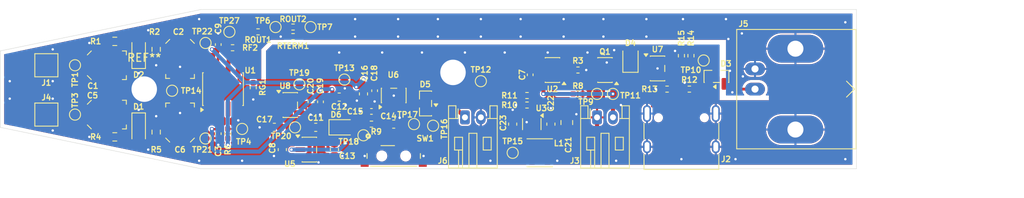
<source format=kicad_pcb>
(kicad_pcb (version 20241229) (generator "pcbnew") (generator_version "9.0")
  (layers (0 "F.Cu" signal) (2 "B.Cu" signal) (13 "F.Paste" user) (15 "B.Paste" user) (5 "F.SilkS" user "F.Silkscreen") (7 "B.SilkS" user "B.Silkscreen") (1 "F.Mask" user) (3 "B.Mask" user) (25 "Edge.Cuts" user))
  (net 0 "")
  (net 1 "/Differential Amplifier/IN_NEG")
  (net 2 "/Input Attenuator1/In")
  (net 3 "GND")
  (net 4 "/Differential Amplifier/IN_POS")
  (net 5 "/Input Attenuator/In")
  (net 6 "Net-(U2-VCC)")
  (net 7 "Net-(J3-Pin_2)")
  (net 8 "/Power/VNEG_RAW")
  (net 9 "+5V")
  (net 10 "-5V")
  (net 11 "Net-(U5-CAP+)")
  (net 12 "Net-(U5-CAP-)")
  (net 13 "/Power/VIN")
  (net 14 "/Power/VBAT_LIPO")
  (net 15 "/Power/VBST")
  (net 16 "/Power/USB_VBUS")
  (net 17 "/Power/VEXT")
  (net 19 "/Power/USB_CC2")
  (net 22 "/Power/USB_CC1")
  (net 24 "/OUTPUT")
  (net 25 "/Power/BST_SW")
  (net 26 "/Power/LED_CHG")
  (net 27 "/Power/CHG_STAT")
  (net 28 "Net-(Q1B-G2)")
  (net 29 "Net-(Q1A-G1)")
  (net 30 "Net-(Q1A-D1D2)")
  (net 31 "Net-(U2-CSI{slash}VM)")
  (net 32 "Net-(U1-PD)")
  (net 33 "Net-(U3-FB)")
  (net 34 "/Power/CHG_PROG")
  (net 35 "Net-(U1-FB)")
  (net 36 "/Differential Amplifier/OUT")
  (net 37 "Net-(ROUT1-Pad2)")
  (net 42 "Net-(D5-Pad3)")
  (net 43 "Net-(D3-Pad1)")
  (net 45 "Net-(D6-A)")
  (footprint "TestPoint:TestPoint_Pad_D1.0mm" (layer "F.Cu") (at 125.05 118.8)
    (property "Reference" "TP13")
    (property "Value" "TP")
  )
  (footprint "Capacitor_SMD:C_0402_1005Metric_Pad0.74x0.62mm_HandSolder" (layer "F.Cu") (at 148.4 118.2 -90)
    (property "Reference" "C7")
    (property "Value" "100nF")
  )
  (footprint "MountingHole:MountingHole_3.2mm_M3" (layer "F.Cu") (at 99.9 120.2)
    (property "Reference" "REF**")
    (property "Value" "MountingHole_3.2mm_M3")
  )
  (footprint "Package_TO_SOT_SMD:TSOT-23-6" (layer "F.Cu") (at 157.8 117.6 180)
    (property "Reference" "Q1")
    (property "Value" "FS8205A")
  )
  (footprint "Capacitor_SMD:C_0603_1608Metric" (layer "F.Cu") (at 121.45 124.8 180)
    (property "Reference" "C11")
    (property "Value" "1uF")
  )
  (footprint "Package_TO_SOT_SMD:TSOT-23-5" (layer "F.Cu") (at 118.25 122)
    (property "Reference" "U8")
    (property "Value" "ADP7182-5.0")
  )
  (footprint "Resistor_SMD:R_0402_1005Metric_Pad0.72x0.64mm_HandSolder" (layer "F.Cu") (at 111 114.8 180)
    (property "Reference" "RF2")
    (property "Value" "1k")
  )
  (footprint "Capacitor_SMD:C_0603_1608Metric" (layer "F.Cu") (at 117.25 127.6 90)
    (property "Reference" "C8")
    (property "Value" "1uF")
  )
  (footprint "Capacitor_SMD:C_0603_1608Metric_Pad1.08x0.95mm_HandSolder" (layer "F.Cu") (at 151 124.4 -90)
    (property "Reference" "C22")
    (property "Value" "10uF")
  )
  (footprint "Capacitor_SMD:C_0402_1005Metric_Pad0.74x0.62mm_HandSolder" (layer "F.Cu") (at 120.85 121.6 90)
    (property "Reference" "C20")
    (property "Value" "10nF")
  )
  (footprint "TestPoint:TestPoint_Pad_D1.0mm" (layer "F.Cu") (at 116.4 112.2)
    (property "Reference" "TP6")
    (property "Value" "TP")
  )
  (footprint "Package_TO_SOT_SMD:SOT-23" (layer "F.Cu") (at 171.8 118.4 90)
    (property "Reference" "D3")
    (property "Value" "BAT54C")
  )
  (footprint "Resistor_SMD:R_0603_1608Metric_Pad0.98x0.95mm_HandSolder" (layer "F.Cu") (at 101.4 125.4 90)
    (property "Reference" "R5")
    (property "Value" "1M")
  )
  (footprint "Connector_USB:USB_C_Receptacle_HRO_TYPE-C-31-M-12" (layer "F.Cu") (at 167.4 126.2)
    (property "Reference" "J2")
    (property "Value" "USB-C")
  )
  (footprint "TestPoint:TestPoint_Pad_D1.0mm" (layer "F.Cu") (at 127.45 125.8)
    (property "Reference" "TP18")
    (property "Value" "TP")
  )
  (footprint "Resistor_SMD:R_0402_1005Metric_Pad0.72x0.64mm_HandSolder" (layer "F.Cu") (at 118.6 113.4 180)
    (property "Reference" "RTERM1")
    (property "Value" "50")
  )
  (footprint "TestPoint:TestPoint_Pad_D1.0mm" (layer "F.Cu") (at 107.6 114.2)
    (property "Reference" "TP22")
    (property "Value" "TP")
  )
  (footprint "" (layer "F.Cu") (at 138.7 117.9)
    (property "Reference" "")
    (property "Value" "")
  )
  (footprint "Capacitor_SMD:C_Trimmer_Murata_TZC3" (layer "F.Cu") (at 95.2 117)
    (property "Reference" "C1")
    (property "Value" "0.5-2pF")
  )
  (footprint "TestPoint:TestPoint_Pad_D1.0mm" (layer "F.Cu") (at 133.8 124.393654)
    (property "Reference" "TP17")
    (property "Value" "TP")
  )
  (footprint "TestPoint:TestPoint_Pad_D1.0mm" (layer "F.Cu") (at 110.6 112.8 90)
    (property "Reference" "TP27")
    (property "Value" "TP")
  )
  (footprint "TestPoint:TestPoint_Pad_D1.0mm" (layer "F.Cu") (at 142.2 119)
    (property "Reference" "TP12")
    (property "Value" "TP")
  )
  (footprint "Capacitor_SMD:C_0402_1005Metric_Pad0.74x0.62mm_HandSolder" (layer "F.Cu") (at 109.2 125.6 90)
    (property "Reference" "C3")
    (property "Value" "100nF")
  )
  (footprint "Resistor_SMD:R_0402_1005Metric_Pad0.72x0.64mm_HandSolder" (layer "F.Cu") (at 114.2 112.8)
    (property "Reference" "ROUT1")
    (property "Value" "50")
  )
  (footprint "ProjectLib:SW_PCM12SMTR" (layer "F.Cu") (at 131.25 128.4)
    (property "Reference" "SW1")
    (property "Value" "SLIDE_SWITCH")
  )
  (footprint "Diode_SMD:D_SOD-323_HandSoldering" (layer "F.Cu") (at 99.2 115.4 90)
    (property "Reference" "D2")
    (property "Value" "PESD5V0S1BA")
  )
  (footprint "Connector_JST:JST_PH_S2B-PH-K_1x02_P2.00mm_Horizontal" (layer "F.Cu") (at 140.2 123.55)
    (property "Reference" "J6")
    (property "Value" "JST-PH-2")
  )
  (footprint "Capacitor_SMD:C_0805_2012Metric_Pad1.18x1.45mm_HandSolder" (layer "F.Cu") (at 153 124.2 -90)
    (property "Reference" "C21")
    (property "Value" "22uF")
  )
  (footprint "TestPoint:TestPoint_Pad_2.5x2.5mm" (layer "F.Cu") (at 87.6 117)
    (property "Reference" "J1")
    (property "Value" "INPUT-")
  )
  (footprint "Package_TO_SOT_SMD:SOT-363_SC-70-6" (layer "F.Cu") (at 148.6 124.4 -90)
    (property "Reference" "U3")
    (property "Value" "TPS61220")
  )
  (footprint "TestPoint:TestPoint_Pad_D1.0mm" (layer "F.Cu") (at 170.2 116.4)
    (property "Reference" "TP10")
    (property "Value" "TP")
  )
  (footprint "Package_TO_SOT_SMD:SOT-23-6" (layer "F.Cu") (at 151.2 117.6 180)
    (property "Reference" "U2")
    (property "Value" "DW01A")
  )
  (footprint "LED_SMD:LED_0805_2012Metric" (layer "F.Cu") (at 124.8 124.8)
    (property "Reference" "D6")
    (property "Value" "GREEN")
  )
  (footprint "TestPoint:TestPoint_Pad_D1.0mm" (layer "F.Cu") (at 146.2 128)
    (property "Reference" "TP15")
    (property "Value" "TP")
  )
  (footprint "TestPoint:TestPoint_Pad_D1.0mm" (layer "F.Cu") (at 158.8 120.6)
    (property "Reference" "TP11")
    (property "Value" "TP")
  )
  (footprint "Capacitor_SMD:C_0603_1608Metric" (layer "F.Cu") (at 116.25 124.8)
    (property "Reference" "C17")
    (property "Value" "1uF")
  )
  (footprint "Resistor_SMD:R_0402_1005Metric_Pad0.72x0.64mm_HandSolder" (layer "F.Cu") (at 113.6 119.8 -90)
    (property "Reference" "RG1")
    (property "Value" "1M")
  )
  (footprint "Capacitor_SMD:C_Trimmer_Murata_TZC3" (layer "F.Cu") (at 104.4 116.2 -90)
    (property "Reference" "C2")
    (property "Value" "5-10pF")
  )
  (footprint "Capacitor_SMD:C_0402_1005Metric_Pad0.74x0.62mm_HandSolder" (layer "F.Cu") (at 128.85 120.2 90)
    (property "Reference" "C18")
    (property "Value" "100nF")
  )
  (footprint "Resistor_SMD:R_0402_1005Metric" (layer "F.Cu") (at 154.4 117.6)
    (property "Reference" "R3")
    (property "Value" "1k")
  )
  (footprint "Package_SO:SOIC-8_3.9x4.9mm_P1.27mm" (layer "F.Cu") (at 109.8 120 90)
    (property "Reference" "U1")
    (property "Value" "AD8130")
  )
  (footprint "Capacitor_SMD:C_0603_1608Metric" (layer "F.Cu") (at 131.25 124.4 180)
    (property "Reference" "C14")
    (property "Value" "1uF")
  )
  (footprint "TestPoint:TestPoint_Pad_D1.0mm" (layer "F.Cu") (at 136.2 124.6)
    (property "Reference" "TP16")
    (property "Value" "TP")
  )
  (footprint "Diode_SMD:D_SOD-323_HandSoldering" (layer "F.Cu") (at 99.2 125 -90)
    (property "Reference" "D1")
    (property "Value" "PESD5V0S1BA")
  )
  (footprint "Resistor_SMD:R_0402_1005Metric_Pad0.72x0.64mm_HandSolder" (layer "F.Cu") (at 167.4 115.8 90)
    (property "Reference" "R15")
    (property "Value" "2k")
  )
  (footprint "Capacitor_SMD:C_0603_1608Metric_Pad1.08x0.95mm_HandSolder" (layer "F.Cu") (at 127.45 120.6 90)
    (property "Reference" "C16")
    (property "Value" "10uF")
  )
  (footprint "Connector_JST:JST_PH_S2B-PH-K_1x02_P2.00mm_Horizontal" (layer "F.Cu") (at 156.8 123.55)
    (property "Reference" "J3")
    (property "Value" "JST-PH-2")
  )
  (footprint "Capacitor_SMD:C_Trimmer_Murata_TZC3" (layer "F.Cu") (at 104.4 124.2 90)
    (property "Reference" "C6")
    (property "Value" "5-10pF")
  )
  (footprint "Resistor_SMD:R_0402_1005Metric_Pad0.72x0.64mm_HandSolder" (layer "F.Cu") (at 168.4 120)
    (property "Reference" "R12")
    (property "Value" "5.1k")
  )
  (footprint "Capacitor_SMD:C_0402_1005Metric_Pad0.74x0.62mm_HandSolder" (layer "F.Cu") (at 109.2 114.4 90)
    (property "Reference" "C9")
    (property "Value" "100nF")
  )
  (footprint "Resistor_SMD:R_0402_1005Metric_Pad0.72x0.64mm_HandSolder" (layer "F.Cu") (at 165.6 120)
    (property "Reference" "R13")
    (property "Value" "5.1k")
  )
  (footprint "Resistor_SMD:R_0402_1005Metric_Pad0.72x0.64mm_HandSolder" (layer "F.Cu") (at 148 120.8 180)
    (property "Reference" "R11")
    (property "Value" "1M")
  )
  (footprint "Resistor_SMD:R_0402_1005Metric_Pad0.72x0.64mm_HandSolder" (layer "F.Cu") (at 128.45 124.4)
    (property "Reference" "R9")
    (property "Value" "1k")
  )
  (footprint "Package_TO_SOT_SMD:SOT-23-5" (layer "F.Cu") (at 164.4 117.4)
    (property "Reference" "U7")
    (property "Value" "MCP73831T")
  )
  (footprint "Capacitor_SMD:C_0603_1608Metric_Pad1.08x0.95mm_HandSolder" (layer "F.Cu") (at 146.2 124.4 -90)
    (property "Reference" "C23")
    (property "Value" "10uF")
  )
  (footprint "Capacitor_SMD:C_0402_1005Metric_Pad0.74x0.62mm_HandSolder" (layer "F.Cu") (at 128.45 122.8)
    (property "Reference" "C15")
    (property "Value" "100nF")
  )
  (footprint "Resistor_SMD:R_0402_1005Metric_Pad0.72x0.64mm_HandSolder" (layer "F.Cu") (at 148 122)
    (property "Reference" "R10")
    (property "Value" "100k")
  )
  (footprint "Connector_Coaxial:BNC_Amphenol_B6252HB-NPP3G-50_Horizontal" (layer "F.Cu") (at 176.65 120 -90)
    (property "Reference" "J5")
    (property "Value" "BNC")
  )
  (footprint "TestPoint:TestPoint_Pad_D1.0mm" (layer "F.Cu") (at 91.2 117)
    (property "Reference" "TP1")
    (property "Value" "TP")
  )
  (footprint "Resistor_SMD:R_0402_1005Metric_Pad0.72x0.64mm_HandSolder" (layer "F.Cu") (at 110.4 125.6 -90)
    (property "Reference" "R6")
    (property "Value" "10k")
  )
  (footprint "TestPoint:TestPoint_Pad_D1.0mm" (layer "F.Cu") (at 156.8 120.6)
    (property "Reference" "TP9")
    (property "Value" "TP")
  )
  (footprint "Package_TO_SOT_SMD:SOT-23" (layer "F.Cu") (at 135.25 121.8 180)
    (property "Reference" "D5")
    (property "Value" "BAT54C")
  )
  (footprint "Resistor_SMD:R_0402_1005Metric_Pad0.72x0.64mm_HandSolder" (layer "F.Cu") (at 154.4 120.6 180)
    (property "Reference" "R8")
    (property "Value" "10R")
  )
  (footprint "Resistor_SMD:R_0402_1005Metric_Pad0.72x0.64mm_HandSolder" (layer "F.Cu") (at 168.6 115.8 90)
    (property "Reference" "R14")
    (property "Value" "1k")
  )
  (footprint "TestPoint:TestPoint_Pad_2.5x2.5mm" (layer "F.Cu") (at 87.6 123.2)
    (property "Reference" "J4")
    (property "Value" "INPUT+")
  )
  (footprint "Capacitor_SMD:C_0603_1608Metric" (layer "F.Cu") (at 123.8 127.6 90)
    (property "Reference" "C13")
    (property "Value" "1uF")
  )
  (footprint "LED_SMD:LED_0805_2012Metric" (layer "F.Cu") (at 161 116.2 90)
    (property "Reference" "D4")
    (property "Value" "RED")
  )
  (footprint "Resistor_SMD:R_0603_1608Metric_Pad0.98x0.95mm_HandSolder" (layer "F.Cu") (at 101.4 115 -90)
    (property "Reference" "R2")
    (property "Value" "1M")
  )
  (footprint "Capacitor_SMD:C_0402_1005Metric_Pad0.74x0.62mm_HandSolder" (layer "F.Cu") (at 122.05 121.6 90)
    (property "Reference" "C19")
    (property "Value" "100nF")
  )
  (footprint "TestPoint:TestPoint_Pad_D1.0mm" (layer "F.Cu") (at 103.4 120.2)
    (property "Reference" "TP14")
    (property "Value" "TP")
  )
  (footprint "Resistor_SMD:R_0603_1608Metric_Pad0.98x0.95mm_HandSolder" (layer "F.Cu") (at 96.2 114)
    (property "Reference" "R1")
    (property "Value" "9M")
  )
  (footprint "Capacitor_SMD:C_0603_1608Metric_Pad1.08x0.95mm_HandSolder" (layer "F.Cu") (at 124.4 121 180)
    (property "Reference" "C12")
    (property "Value" "10uF")
  )
  (footprint "Capacitor_SMD:C_Trimmer_Murata_TZC3" (layer "F.Cu") (at 95.2 123.2)
    (property "Reference" "C5")
    (property "Value" "0.5-2pF")
  )
  (footprint "Package_TO_SOT_SMD:SOT-23-5" (layer "F.Cu") (at 120.65 127.6)
    (property "Reference" "U5")
    (property "Value" "TPS60403")
  )
  (footprint "TestPoint:TestPoint_Pad_D1.0mm" (layer "F.Cu") (at 119.4 119.4)
    (property "Reference" "TP19")
    (property "Value" "TP")
  )
  (footprint "TestPoint:TestPoint_Pad_D1.0mm" (layer "F.Cu") (at 91.2 123.2)
    (property "Reference" "TP3")
    (property "Value" "TP")
  )
  (footprint "TestPoint:TestPoint_Pad_D1.0mm" (layer "F.Cu") (at 120.8 112.2)
    (property "Reference" "TP7")
    (property "Value" "TP")
  )
  (footprint "Inductor_SMD:L_Changjiang_FTC303010D" (layer "F.Cu") (at 149.6 128 180)
    (property "Reference" "L1")
    (property "Value" "2.2uH")
  )
  (footprint "TestPoint:TestPoint_Pad_D1.0mm" (layer "F.Cu") (at 112.2 125 90)
    (property "Reference" "TP4")
    (property "Value" "TP")
  )
  (footprint "TestPoint:TestPoint_Pad_D1.0mm" (layer "F.Cu") (at 107.6 126.2)
    (property "Reference" "TP21")
    (property "Value" "TP")
  )
  (footprint "TestPoint:TestPoint_Pad_D1.0mm" (layer "F.Cu") (at 118.85 124.8)
    (property "Reference" "TP20")
    (property "Value" "TP")
  )
  (footprint "Package_TO_SOT_SMD:TSOT-23-5" (layer "F.Cu") (at 131.25 120.8 90)
    (property "Reference" "U6")
    (property "Value" "ADP7142AUJZ-5.0")
  )
  (footprint "Resistor_SMD:R_0603_1608Metric_Pad0.98x0.95mm_HandSolder" (layer "F.Cu") (at 96.2 126)
    (property "Reference" "R4")
    (property "Value" "9M")
  )
  (footprint "Resistor_SMD:R_0402_1005Metric_Pad0.72x0.64mm_HandSolder" (layer "F.Cu") (at 118.6 112.2)
    (property "Reference" "ROUT2")
    (property "Value" "0")
  )
  (gr_line (start 107 110) (end 81.8 115.2) (stroke (width 0.05)) (layer "Edge.Cuts"))
  (gr_line (start 189.4 110) (end 107 110) (stroke (width 0.05)) (layer "Edge.Cuts"))
  (gr_line (start 107 130) (end 189.4 130) (stroke (width 0.05)) (layer "Edge.Cuts"))
  (gr_line (start 107 130) (end 81.8 124.8) (stroke (width 0.05)) (layer "Edge.Cuts"))
  (gr_line (start 81.8 115.2) (end 81.8 124.8) (stroke (width 0.05)) (layer "Edge.Cuts"))
  (gr_line (start 189.4 110) (end 189.4 130) (stroke (width 0.05)) (layer "Edge.Cuts"))
  (segment (start 107.895 115.695) (end 107.895 117.525) (width 0.15) (layer "F.Cu") (net 1))
  (segment (start 99.2 114.15) (end 99.55 114.15) (width 0.15) (layer "F.Cu") (net 1))
  (segment (start 104.3625 114.0875) (end 104.4 114.125) (width 0.15) (layer "F.Cu") (net 1))
  (segment (start 104.4 114.125) (end 105.725 114.125) (width 0.15) (layer "F.Cu") (net 1))
  (segment (start 107.6 114.2) (end 107.6 115.4) (width 0.15) (layer "F.Cu") (net 1))
  (segment (start 105.725 114.125) (end 105.8 114.2) (width 0.15) (layer "F.Cu") (net 1))
  (segment (start 107.6 115.4) (end 107.895 115.695) (width 0.15) (layer "F.Cu") (net 1))
  (segment (start 99.55 114.15) (end 99.6125 114.0875) (width 0.15) (layer "F.Cu") (net 1))
  (segment (start 97.1125 116.8375) (end 97.275 117) (width 0.15) (layer "F.Cu") (net 1))
  (segment (start 99.6125 114.0875) (end 101.4 114.0875) (width 0.15) (layer "F.Cu") (net 1))
  (segment (start 97.1125 114) (end 99.05 114) (width 0.15) (layer "F.Cu") (net 1))
  (segment (start 105.8 114.2) (end 107.6 114.2) (width 0.15) (layer "F.Cu") (net 1))
  (segment (start 97.1125 114) (end 97.1125 116.8375) (width 0.15) (layer "F.Cu") (net 1))
  (segment (start 101.4 114.0875) (end 104.3625 114.0875) (width 0.15) (layer "F.Cu") (net 1))
  (segment (start 99.05 114) (end 99.2 114.15) (width 0.15) (layer "F.Cu") (net 1))
  (segment (start 95.2875 116.1125) (end 95.2875 114) (width 0.15) (layer "F.Cu") (net 2))
  (segment (start 93.125 117) (end 94.4 117) (width 0.15) (layer "F.Cu") (net 2))
  (segment (start 91.2 117) (end 93.125 117) (width 0.15) (layer "F.Cu") (net 2))
  (segment (start 94.4 117) (end 95.2875 116.1125) (width 0.15) (layer "F.Cu") (net 2))
  (segment (start 87.6 117) (end 91.2 117) (width 0.15) (layer "F.Cu") (net 2))
  (segment (start 154.1875 123.1625) (end 154.2 123.15) (width 0.5) (layer "F.Cu") (net 3))
  (segment (start 147.95 123.45) (end 147.95 124.138867) (width 0.15) (layer "F.Cu") (net 3))
  (segment (start 99.2 116.65) (end 99.2 118) (width 0.2) (layer "F.Cu") (net 3))
  (segment (start 104.4 122.125) (end 104.4 123) (width 0.2) (layer "F.Cu") (net 3))
  (segment (start 113.6 120.3975) (end 113.6 121.3) (width 0.2) (layer "F.Cu") (net 3))
  (segment (start 111.705 122.475) (end 111.705 123.9132) (width 0.2) (layer "F.Cu") (net 3))
  (segment (start 167.8025 119.2025) (end 167.8 119.2) (width 0.15) (layer "F.Cu") (net 3))
  (segment (start 117.25 128.375) (end 116.225 128.375) (width 0.2) (layer "F.Cu") (net 3))
  (segment (start 158.823475 116.65) (end 158.819541 116.653934) (width 0.5) (layer "F.Cu") (net 3))
  (segment (start 99.2 123.75) (end 99.2 122.6) (width 0.2) (layer "F.Cu") (net 3))
  (segment (start 146.2 123.5375) (end 146.2 122.6) (width 0.5) (layer "F.Cu") (net 3))
  (segment (start 153 123.1625) (end 154.1875 123.1625) (width 0.5) (layer "F.Cu") (net 3))
  (segment (start 154.91 117.6) (end 155.439374 117.6) (width 0.15) (layer "F.Cu") (net 3))
  (segment (start 167.4 115.2025) (end 166.6025 115.2025) (width 0.15) (layer "F.Cu") (net 3))
  (segment (start 101.4 115.9125) (end 101.4 117) (width 0.2) (layer "F.Cu") (net 3))
  (segment (start 127.8825 122.8) (end 127.05 122.8) (width 0.5) (layer "F.Cu") (net 3))
  (segment (start 132.025 123.625) (end 132 123.6) (width 0.5) (layer "F.Cu") (net 3))
  (segment (start 111.705 123.9132) (end 111.715469 123.923669) (width 0.2) (layer "F.Cu") (net 3))
  (segment (start 117.05 113.4) (end 118.0025 113.4) (width 0.2) (layer "F.Cu") (net 3))
  (segment (start 99.2 116.65) (end 99.2 116.7) (width 0.2) (layer "F.Cu") (net 3))
  (segment (start 132.025 124.4) (end 132.025 123.625) (width 0.5) (layer "F.Cu") (net 3))
  (segment (start 147.4025 122) (end 146.6 122) (width 0.15) (layer "F.Cu") (net 3))
  (segment (start 147.95 124.138867) (end 147.958957 124.147824) (width 0.15) (layer "F.Cu") (net 3))
  (segment (start 167.8025 120) (end 167.8025 119.2025) (width 0.15) (layer "F.Cu") (net 3))
  (segment (start 123.8 128.375) (end 124.775 128.375) (width 0.2) (layer "F.Cu") (net 3))
  (segment (start 121.7875 129.1875) (end 121.8 129.2) (width 0.2) (layer "F.Cu") (net 3))
  (segment (start 165.0025 120) (end 164.2 120) (width 0.15) (layer "F.Cu") (net 3))
  (segment (start 151 123.5375) (end 151 122.4) (width 0.5) (layer "F.Cu") (net 3))
  (segment (start 124.775 128.375) (end 124.8 128.4) (width 0.2) (layer "F.Cu") (net 3))
  (segment (start 115.475 124.8) (end 114.4 124.8) (width 0.2) (layer "F.Cu") (net 3))
  (segment (start 104.4 118.275) (end 104.4 117.2) (width 0.2) (layer "F.Cu") (net 3))
  (segment (start 127.45 121.4625) (end 126.63335 121.4625) (width 0.5) (layer "F.Cu") (net 3))
  (segment (start 131.25 121.9375) (end 131.25 120.827981) (width 0.5) (layer "F.Cu") (net 3))
  (segment (start 128.85 120.7675) (end 128.85 121.55) (width 0.5) (layer "F.Cu") (net 3))
  (segment (start 163.2625 117.4) (end 164.4 117.4) (width 0.5) (layer "F.Cu") (net 3))
  (segment (start 131.25 120.827981) (end 131.257532 120.820449) (width 0.5) (layer "F.Cu") (net 3))
  (segment (start 155.439374 117.6) (end 155.44 117.599374) (width 0.15) (layer "F.Cu") (net 3))
  (segment (start 101.4 124.4875) (end 101.4 123.4) (width 0.2) (layer "F.Cu") (net 3))
  (segment (start 126.63335 121.4625) (end 126.618232 121.447382) (width 0.5) (layer "F.Cu") (net 3))
  (segment (start 158.9375 116.65) (end 158.023475 116.65) (width 0.5) (layer "F.Cu") (net 3))
  (segment (start 116.225 128.375) (end 116.2 128.4) (width 0.2) (layer "F.Cu") (net 3))
  (segment (start 109.2 126.1675) (end 109.2 127) (width 0.3) (layer "F.Cu") (net 3))
  (segment (start 109.2 113.8325) (end 109.2 113) (width 0.3) (layer "F.Cu") (net 3))
  (segment (start 121.7875 128.55) (end 121.7875 129.1875) (width 0.2) (layer "F.Cu") (net 3))
  (segment (start 166.6025 115.2025) (end 166.6 115.2) (width 0.15) (layer "F.Cu") (net 3))
  (via (at 152.6 111.2) (size 0.5) (drill 0.3) (layers "F.Cu" "B.Cu") (net 3))
  (via (at 163 113.4) (size 0.5) (drill 0.3) (layers "F.Cu" "B.Cu") (net 3))
  (via (at 175.125 118.4) (size 0.5) (drill 0.3) (layers "F.Cu" "B.Cu") (net 3))
  (via (at 173.3 113.7) (size 0.5) (drill 0.3) (layers "F.Cu" "B.Cu") (net 3))
  (via (at 140.2 115.4) (size 0.5) (drill 0.3) (layers "F.Cu" "B.Cu") (net 3))
  (via (at 188 128.8) (size 0.5) (drill 0.3) (layers "F.Cu" "B.Cu") (net 3))
  (via (at 116.2 128.4) (size 0.5) (drill 0.3) (layers "F.Cu" "B.Cu") (net 3))
  (via (at 126.4 113.4) (size 0.5) (drill 0.3) (layers "F.Cu" "B.Cu") (net 3))
  (via (at 146.6 122) (size 0.5) (drill 0.3) (layers "F.Cu" "B.Cu") (net 3))
  (via (at 101.4 117) (size 0.5) (drill 0.3) (layers "F.Cu" "B.Cu") (net 3))
  (via (at 88.4 121.2) (size 0.5) (drill 0.3) (layers "F.Cu" "B.Cu") (net 3))
  (via (at 173 111.2) (size 0.5) (drill 0.3) (layers "F.Cu" "B.Cu") (net 3))
  (via (at 158.019541 116.653934) (size 0.5) (drill 0.3) (layers "F.Cu" "B.Cu") (net 3))
  (via (at 157.6 113.4) (size 0.5) (drill 0.3) (layers "F.Cu" "B.Cu") (net 3))
  (via (at 167.8 119.2) (size 0.5) (drill 0.3) (layers "F.Cu" "B.Cu") (net 3))
  (via (at 88.4 119) (size 0.5) (drill 0.3) (layers "F.Cu" "B.Cu") (net 3))
  (via (at 128.85 121.55) (size 0.5) (drill 0.3) (layers "F.Cu" "B.Cu") (net 3))
  (via (at 126.4 111.2) (size 0.5) (drill 0.3) (layers "F.Cu" "B.Cu") (net 3))
  (via (at 93 126) (size 0.5) (drill 0.3) (layers "F.Cu" "B.Cu") (net 3))
  (via (at 175 113) (size 0.5) (drill 0.3) (layers "F.Cu" "B.Cu") (net 3))
  (via (at 83 119) (size 0.5) (drill 0.3) (layers "F.Cu" "B.Cu") (net 3))
  (via (at 166.6 115.2) (size 0.5) (drill 0.3) (layers "F.Cu" "B.Cu") (net 3))
  (via (at 158.95 115.1) (size 0.5) (drill 0.3) (layers "F.Cu" "B.Cu") (net 3))
  (via (at 157.6 111.2) (size 0.5) (drill 0.3) (layers "F.Cu" "B.Cu") (net 3))
  (via (at 147.2 113.4) (size 0.5) (drill 0.3) (layers "F.Cu" "B.Cu") (net 3))
  (via (at 173.8 120.4) (size 0.5) (drill 0.3) (layers "F.Cu" "B.Cu") (net 3))
  (via (at 99.2 118) (size 0.5) (drill 0.3) (layers "F.Cu" "B.Cu") (net 3))
  (via (at 117.05 113.4) (size 0.5) (drill 0.3) (layers "F.Cu" "B.Cu") (net 3))
  (via (at 145.2 115.4) (size 0.5) (drill 0.3) (layers "F.Cu" "B.Cu") (net 3))
  (via (at 131.257532 120.820449) (size 0.5) (drill 0.3) (layers "F.Cu" "B.Cu") (net 3))
  (via (at 111.715469 123.923669) (size 0.5) (drill 0.3) (layers "F.Cu" "B.Cu") (net 3))
  (via (at 106.8 111.2) (size 0.5) (drill 0.3) (layers "F.Cu" "B.Cu") (net 3))
  (via (at 142.2 113.4) (size 0.5) (drill 0.3) (layers "F.Cu" "B.Cu") (net 3))
  (via (at 134.8 115.4) (size 0.5) (drill 0.3) (layers "F.Cu" "B.Cu") (net 3))
  (via (at 164.2 120) (size 0.5) (drill 0.3) (layers "F.Cu" "B.Cu") (net 3))
  (via (at 127.05 122.8) (size 0.5) (drill 0.3) (layers "F.Cu" "B.Cu") (net 3))
  (via (at 126.618232 121.447382) (size 0.5) (drill 0.3) (layers "F.Cu" "B.Cu") (net 3))
  (via (at 101.4 123.4) (size 0.5) (drill 0.3) (layers "F.Cu" "B.Cu") (net 3))
  (via (at 188 111.6) (size 0.5) (drill 0.3) (layers "F.Cu" "B.Cu") (net 3))
  (via (at 142.2 111.2) (size 0.5) (drill 0.3) (layers "F.Cu" "B.Cu") (net 3))
  (via (at 124.8 128.4) (size 0.5) (drill 0.3) (layers "F.Cu" "B.Cu") (net 3))
  (via (at 121.8 129.2) (size 0.5) (drill 0.3) (layers "F.Cu" "B.Cu") (net 3))
  (via (at 120.8 123.2) (size 0.5) (drill 0.3) (layers "F.Cu" "B.Cu") (net 3))
  (via (at 163 111.2) (size 0.5) (drill 0.3) (layers "F.Cu" "B.Cu") (net 3))
  (via (at 146.2 122.6) (size 0.5) (drill 0.3) (layers "F.Cu" "B.Cu") (net 3))
  (via (at 109.2 127) (size 0.5) (drill 0.3) (layers "F.Cu" "B.Cu") (net 3))
  (via (at 174.2 128.8) (size 0.5) (drill 0.3) (layers "F.Cu" "B.Cu") (net 3))
  (via (at 167.4 128.8) (size 0.5) (drill 0.3) (layers "F.Cu" "B.Cu") (net 3))
  (via (at 152.6 113.4) (size 0.5) (drill 0.3) (layers "F.Cu" "B.Cu") (net 3))
  (via (at 104.4 123) (size 0.5) (drill 0.3) (layers "F.Cu" "B.Cu") (net 3))
  (via (at 150.6 115.4) (size 0.5) (drill 0.3) (layers "F.Cu" "B.Cu") (net 3))
  (via (at 132 123.6) (size 0.5) (drill 0.3) (layers "F.Cu" "B.Cu") (net 3))
  (via (at 151 122.4) (size 0.5) (drill 0.3) (layers "F.Cu" "B.Cu") (net 3))
  (via (at 151.8 129) (size 0.5) (drill 0.3) (layers "F.Cu" "B.Cu") (net 3))
  (via (at 122 123.2) (size 0.5) (drill 0.3) (layers "F.Cu" "B.Cu") (net 3))
  (via (at 136.8 111.2) (size 0.5) (drill 0.3) (layers "F.Cu" "B.Cu") (net 3))
  (via (at 135 128.4) (size 0.5) (drill 0.3) (layers "F.Cu" "B.Cu") (net 3))
  (via (at 173.5 117.7) (size 0.5) (drill 0.3) (layers "F.Cu" "B.Cu") (net 3))
  (via (at 164.4 117.4) (size 0.5) (drill 0.3) (layers "F.Cu" "B.Cu") (net 3))
  (via (at 159.2 129) (size 0.5) (drill 0.3) (layers "F.Cu" "B.Cu") (net 3))
  (via (at 124.4 115.4) (size 0.5) (drill 0.3) (layers "F.Cu" "B.Cu") (net 3))
  (via (at 143.4 129) (size 0.5) (drill 0.3) (layers "F.Cu" "B.Cu") (net 3))
  (via (at 88.4 115) (size 0.5) (drill 0.3) (layers "F.Cu" "B.Cu") (net 3))
  (via (at 125.2 122) (size 0.5) (drill 0.3) (layers "F.Cu" "B.Cu") (net 3))
  (via (at 129.8 115.4) (size 0.5) (drill 0.3) (layers "F.Cu" "B.Cu") (net 3))
  (via (at 100.4 112.6) (size 0.5) (drill 0.3) (layers "F.Cu" "B.Cu") (net 3))
  (via (at 127.6 128.4) (size 0.5) (drill 0.3) (layers "F.Cu" "B.Cu") (net 3))
  (via (at 147.2 111.2) (size 0.5) (drill 0.3) (layers "F.Cu" "B.Cu") (net 3))
  (via (at 100.4 127.6) (size 0.5) (drill 0.3) (layers "F.Cu" "B.Cu") (net 3))
  (via (at 99.2 122.6) (size 0.5) (drill 0.3) (layers "F.Cu" "B.Cu") (net 3))
  (via (at 114.4 124.8) (size 0.5) (drill 0.3) (layers "F.Cu" "B.Cu") (net 3))
  (via (at 154.2 123.15) (size 0.5) (drill 0.3) (layers "F.Cu" "B.Cu") (net 3))
  (via (at 113.6 121.3) (size 0.5) (drill 0.3) (layers "F.Cu" "B.Cu") (net 3))
  (via (at 131.8 111.2) (size 0.5) (drill 0.3) (layers "F.Cu" "B.Cu") (net 3))
  (via (at 88.4 125.2) (size 0.5) (drill 0.3) (layers "F.Cu" "B.Cu") (net 3))
  (via (at 112.2 129) (size 0.5) (drill 0.3) (layers "F.Cu" "B.Cu") (net 3))
  (via (at 136.8 113.4) (size 0.5) (drill 0.3) (layers "F.Cu" "B.Cu") (net 3))
  (via (at 109.2 113) (size 0.5) (drill 0.3) (layers "F.Cu" "B.Cu") (net 3))
  (via (at 159.8 122) (size 0.5) (drill 0.3) (layers "F.Cu" "B.Cu") (net 3))
  (via (at 93 114.2) (size 0.5) (drill 0.3) (layers "F.Cu" "B.Cu") (net 3))
  (via (at 155.6 115.4) (size 0.5) (drill 0.3) (layers "F.Cu" "B.Cu") (net 3))
  (via (at 167.6 111.2) (size 0.5) (drill 0.3) (layers "F.Cu" "B.Cu") (net 3))
  (via (at 83 121.2) (size 0.5) (drill 0.3) (layers "F.Cu" "B.Cu") (net 3))
  (via (at 125.103706 119.903706) (size 0.5) (drill 0.3) (layers "F.Cu" "B.Cu") (net 3))
  (via (at 147.958957 124.147824) (size 0.5) (drill 0.3) (layers "F.Cu" "B.Cu") (net 3))
  (via (at 155.44 117.599374) (size 0.5) (drill 0.3) (layers "F.Cu" "B.Cu") (net 3))
  (via (at 131.8 113.4) (size 0.5) (drill 0.3) (layers "F.Cu" "B.Cu") (net 3))
  (via (at 106.8 129) (size 0.5) (drill 0.3) (layers "F.Cu" "B.Cu") (net 3))
  (via (at 104.4 117.2) (size 0.5) (drill 0.3) (layers "F.Cu" "B.Cu") (net 3))
  (segment (start 99.15 126.2) (end 99.2 126.25) (width 0.15) (layer "F.Cu") (net 4))
  (segment (start 107.525 126.275) (end 107.6 126.2) (width 0.15) (layer "F.Cu") (net 4))
  (segment (start 102.8375 126.3125) (end 102.875 126.275) (width 0.15) (layer "F.Cu") (net 4))
  (segment (start 107.6 124.95) (end 107.6 126.2) (width 0.15) (layer "F.Cu") (net 4))
  (segment (start 107.895 122.475) (end 107.895 124.655) (width 0.15) (layer "F.Cu") (net 4))
  (segment (start 104.4 126.275) (end 107.525 126.275) (width 0.15) (layer "F.Cu") (net 4))
  (segment (start 101.3375 126.25) (end 101.4 126.3125) (width 0.15) (layer "F.Cu") (net 4))
  (segment (start 97.1125 126.2) (end 97.1125 123.3625) (width 0.15) (layer "F.Cu") (net 4))
  (segment (start 99.2 126.25) (end 101.3375 126.25) (width 0.15) (layer "F.Cu") (net 4))
  (segment (start 101.4 126.3125) (end 102.8375 126.3125) (width 0.15) (layer "F.Cu") (net 4))
  (segment (start 107.895 124.655) (end 107.6 124.95) (width 0.15) (layer "F.Cu") (net 4))
  (segment (start 102.875 126.275) (end 104.4 126.275) (width 0.15) (layer "F.Cu") (net 4))
  (segment (start 97.1125 123.3625) (end 97.275 123.2) (width 0.15) (layer "F.Cu") (net 4))
  (segment (start 97.1125 126.2) (end 99.15 126.2) (width 0.15) (layer "F.Cu") (net 4))
  (segment (start 94.4 123.2) (end 95.2875 124.0875) (width 0.15) (layer "F.Cu") (net 5))
  (segment (start 91.2 123.2) (end 93.125 123.2) (width 0.15) (layer "F.Cu") (net 5))
  (segment (start 87.6 123.2) (end 91.2 123.2) (width 0.15) (layer "F.Cu") (net 5))
  (segment (start 93.125 123.2) (end 94.4 123.2) (width 0.15) (layer "F.Cu") (net 5))
  (segment (start 95.2875 124.0875) (end 95.2875 126.2) (width 0.15) (layer "F.Cu") (net 5))
  (segment (start 151.8 120.6) (end 153.8025 120.6) (width 0.4) (layer "F.Cu") (net 6))
  (segment (start 150.85 117.6) (end 151.25 118) (width 0.4) (layer "F.Cu") (net 6))
  (segment (start 151.25 118) (end 151.25 120.05) (width 0.4) (layer "F.Cu") (net 6))
  (segment (start 151.25 120.05) (end 151.8 120.6) (width 0.4) (layer "F.Cu") (net 6))
  (segment (start 150.0625 117.6) (end 150.85 117.6) (width 0.4) (layer "F.Cu") (net 6))
  (segment (start 148.4325 117.6) (end 148.4 117.6325) (width 0.15) (layer "F.Cu") (net 6))
  (segment (start 150.0625 117.6) (end 148.4325 117.6) (width 0.15) (layer "F.Cu") (net 6))
  (segment (start 158.8 120.6) (end 158.8 121.8) (width 0.5) (layer "F.Cu") (net 7))
  (segment (start 158.9375 118.55) (end 158.8 118.6875) (width 0.5) (layer "F.Cu") (net 7))
  (segment (start 148.6175 118.55) (end 148.4 118.7675) (width 0.15) (layer "F.Cu") (net 7))
  (segment (start 158.8 118.6875) (end 158.8 120.6) (width 0.5) (layer "F.Cu") (net 7))
  (segment (start 150.0625 118.55) (end 150.0625 120.5875) (width 0.5) (layer "F.Cu") (net 7))
  (segment (start 158.8 121.8) (end 158.8 123.55) (width 0.5) (layer "F.Cu") (net 7))
  (segment (start 150.0625 118.55) (end 148.6175 118.55) (width 0.15) (layer "F.Cu") (net 7))
  (segment (start 150.0625 120.5875) (end 150.05 120.6) (width 0.5) (layer "F.Cu") (net 7))
  (via (at 150.05 120.6) (size 0.5) (drill 0.3) (layers "F.Cu" "B.Cu") (net 7))
  (via (at 158.8 120.6) (size 0.5) (drill 0.3) (layers "F.Cu" "B.Cu") (net 7))
  (segment (start 158.8 120.6) (end 150.05 120.6) (width 0.5) (layer "B.Cu") (net 7))
  (segment (start 128.88 119.6625) (end 128.85 119.6325) (width 0.5) (layer "F.Cu") (net 9))
  (segment (start 127.45 119.7375) (end 126.555072 119.7375) (width 0.5) (layer "F.Cu") (net 9))
  (segment (start 108.4325 114.9675) (end 108.4 115) (width 0.3) (layer "F.Cu") (net 9))
  (segment (start 109.2 114.9675) (end 108.4325 114.9675) (width 0.3) (layer "F.Cu") (net 9))
  (segment (start 126.555072 119.7375) (end 126.549026 119.743546) (width 0.5) (layer "F.Cu") (net 9))
  (segment (start 110.4 126.1975) (end 110.4 127) (width 0.3) (layer "F.Cu") (net 9))
  (segment (start 128.85 119.6325) (end 127.555 119.6325) (width 0.5) (layer "F.Cu") (net 9))
  (segment (start 127.45 119.7375) (end 127.449999 118.776058) (width 0.5) (layer "F.Cu") (net 9))
  (segment (start 109.165 115.0025) (end 109.2 114.9675) (width 0.3) (layer "F.Cu") (net 9))
  (segment (start 109.165 117.525) (end 109.165 115.0025) (width 0.3) (layer "F.Cu") (net 9))
  (segment (start 130.3 119.6625) (end 128.88 119.6625) (width 0.5) (layer "F.Cu") (net 9))
  (segment (start 127.555 119.6325) (end 127.45 119.7375) (width 0.5) (layer "F.Cu") (net 9))
  (via (at 110.4 127) (size 0.5) (drill 0.3) (layers "F.Cu" "B.Cu") (net 9))
  (via (at 127.449999 118.776058) (size 0.5) (drill 0.3) (layers "F.Cu" "B.Cu") (net 9))
  (via (at 126.549026 119.743546) (size 0.5) (drill 0.3) (layers "F.Cu" "B.Cu") (net 9))
  (via (at 108.4 115) (size 0.5) (drill 0.3) (layers "F.Cu" "B.Cu") (net 9))
  (segment (start 126.549026 119.677031) (end 127.449999 118.776058) (width 0.5) (layer "B.Cu") (net 9))
  (segment (start 125.978186 119.172706) (end 126.549026 119.743546) (width 0.5) (layer "B.Cu") (net 9))
  (segment (start 110.4 127) (end 110.4 121.345412) (width 0.5) (layer "B.Cu") (net 9))
  (segment (start 110.4 121.345412) (end 112.572706 119.172706) (width 0.5) (layer "B.Cu") (net 9))
  (segment (start 126.549026 119.743546) (end 126.549026 119.677031) (width 0.5) (layer "B.Cu") (net 9))
  (segment (start 108.4 115) (end 112.572706 119.172706) (width 0.5) (layer "B.Cu") (net 9))
  (segment (start 112.572706 119.172706) (end 125.978186 119.172706) (width 0.5) (layer "B.Cu") (net 9))
  (segment (start 119.3875 121.05) (end 120.8325 121.05) (width 0.5) (layer "F.Cu") (net 10))
  (segment (start 120.8325 121.05) (end 120.85 121.0325) (width 0.5) (layer "F.Cu") (net 10))
  (segment (start 119.4 119.4) (end 119.4 121.0375) (width 0.15) (layer "F.Cu") (net 10))
  (segment (start 122.05 121.0325) (end 122.05 120.173118) (width 0.5) (layer "F.Cu") (net 10))
  (segment (start 119.4 121.0375) (end 119.3875 121.05) (width 0.15) (layer "F.Cu") (net 10))
  (segment (start 120.85 121.0325) (end 122.05 121.0325) (width 0.5) (layer "F.Cu") (net 10))
  (segment (start 109.165 122.475) (end 109.165 124.9975) (width 0.3) (layer "F.Cu") (net 10))
  (segment (start 122.05 120.173118) (end 122.051232 120.171886) (width 0.5) (layer "F.Cu") (net 10))
  (segment (start 122.05 121.0325) (end 123.505 121.0325) (width 0.5) (layer "F.Cu") (net 10))
  (segment (start 123.5375 120.032773) (end 123.509721 120.004994) (width 0.5) (layer "F.Cu") (net 10))
  (segment (start 123.5375 121) (end 123.5375 120.032773) (width 0.5) (layer "F.Cu") (net 10))
  (segment (start 109.165 124.9975) (end 109.2 125.0325) (width 0.3) (layer "F.Cu") (net 10))
  (segment (start 109.2 125.0325) (end 108.4325 125.0325) (width 0.3) (layer "F.Cu") (net 10))
  (segment (start 108.4325 125.0325) (end 108.4 125) (width 0.3) (layer "F.Cu") (net 10))
  (segment (start 123.505 121.0325) (end 123.5375 121) (width 0.5) (layer "F.Cu") (net 10))
  (via (at 108.4 125) (size 0.5) (drill 0.3) (layers "F.Cu" "B.Cu") (net 10))
  (via (at 122.051232 120.171886) (size 0.5) (drill 0.3) (layers "F.Cu" "B.Cu") (net 10))
  (via (at 123.509721 120.004994) (size 0.5) (drill 0.3) (layers "F.Cu" "B.Cu") (net 10))
  (segment (start 108.8 127.85) (end 114.35 127.85) (width 0.5) (layer "B.Cu") (net 10))
  (segment (start 114.35 127.85) (end 122.028114 120.171886) (width 0.5) (layer "B.Cu") (net 10))
  (segment (start 122.028114 120.171886) (end 122.051232 120.171886) (width 0.5) (layer "B.Cu") (net 10))
  (segment (start 108.4 125) (end 108.4 127.45) (width 0.5) (layer "B.Cu") (net 10))
  (segment (start 122.218124 120.004994) (end 122.051232 120.171886) (width 0.5) (layer "B.Cu") (net 10))
  (segment (start 108.4 127.45) (end 108.8 127.85) (width 0.5) (layer "B.Cu") (net 10))
  (segment (start 123.509721 120.004994) (end 122.218124 120.004994) (width 0.5) (layer "B.Cu") (net 10))
  (segment (start 120.675 127.949942) (end 120.074942 128.55) (width 0.5) (layer "F.Cu") (net 11))
  (segment (start 120.675 124.8) (end 120.675 127.949942) (width 0.5) (layer "F.Cu") (net 11))
  (segment (start 120.074942 128.55) (end 119.5125 128.55) (width 0.5) (layer "F.Cu") (net 11))
  (segment (start 122.225 125.425) (end 121.7875 125.8625) (width 0.5) (layer "F.Cu") (net 12))
  (segment (start 122.225 124.8) (end 122.225 125.425) (width 0.5) (layer "F.Cu") (net 12))
  (segment (start 121.7875 125.8625) (end 121.7875 126.65) (width 0.5) (layer "F.Cu") (net 12))
  (segment (start 119.5125 127.6) (end 118.4 127.6) (width 0.5) (layer "F.Cu") (net 13))
  (via (at 118.4 127.6) (size 0.5) (drill 0.3) (layers "F.Cu" "B.Cu") (net 13))
  (via (at 125.2 126.8) (size 0.5) (drill 0.3) (layers "F.Cu" "B.Cu") (net 13))
  (segment (start 124.4 127.6) (end 125.2 126.8) (width 0.5) (layer "B.Cu") (net 13))
  (segment (start 118.4 127.6) (end 124.4 127.6) (width 0.5) (layer "B.Cu") (net 13))
  (segment (start 156.8 124.7) (end 156.8 123.55) (width 0.5) (layer "F.Cu") (net 14))
  (segment (start 163.2625 118.35) (end 161.85 118.35) (width 0.5) (layer "F.Cu") (net 14))
  (segment (start 160.75 119.45) (end 160.75 124.4) (width 0.5) (layer "F.Cu") (net 14))
  (segment (start 157.45 125.35) (end 156.8 124.7) (width 0.5) (layer "F.Cu") (net 14))
  (segment (start 149.25 125.35) (end 149.25 123.45) (width 0.5) (layer "F.Cu") (net 14))
  (segment (start 161.85 118.35) (end 160.75 119.45) (width 0.5) (layer "F.Cu") (net 14))
  (segment (start 154.9975 120.6) (end 156.8 120.6) (width 0.3) (layer "F.Cu") (net 14))
  (segment (start 160.75 124.4) (end 159.8 125.35) (width 0.5) (layer "F.Cu") (net 14))
  (segment (start 159.8 125.35) (end 157.45 125.35) (width 0.5) (layer "F.Cu") (net 14))
  (segment (start 145.2625 125.2625) (end 144.6 124.6) (width 0.5) (layer "F.Cu") (net 15))
  (segment (start 147.3525 120.85) (end 147.4025 120.8) (width 0.5) (layer "F.Cu") (net 15))
  (segment (start 146.2 128) (end 146.2 125.2625) (width 0.5) (layer "F.Cu") (net 15))
  (segment (start 144.6 120.85) (end 147.3525 120.85) (width 0.5) (layer "F.Cu") (net 15))
  (segment (start 146.2875 125.35) (end 146.2 125.2625) (width 0.5) (layer "F.Cu") (net 15))
  (segment (start 147.95 125.35) (end 146.2875 125.35) (width 0.5) (layer "F.Cu") (net 15))
  (segment (start 144.6 124.6) (end 144.6 120.85) (width 0.5) (layer "F.Cu") (net 15))
  (segment (start 146.2 125.2625) (end 145.2625 125.2625) (width 0.5) (layer "F.Cu") (net 15))
  (segment (start 136.1875 120.85) (end 144.6 120.85) (width 0.5) (layer "F.Cu") (net 15))
  (segment (start 168.1 118.35) (end 165.5375 118.35) (width 0.5) (layer "F.Cu") (net 16))
  (segment (start 171.8 116.85) (end 171.35 116.4) (width 0.5) (layer "F.Cu") (net 16))
  (segment (start 170.1975 116.3975) (end 170.2 116.4) (width 0.5) (layer "F.Cu") (net 16))
  (segment (start 168.6 116.3975) (end 168.6 117.85) (width 0.5) (layer "F.Cu") (net 16))
  (segment (start 168.6 117.85) (end 168.1 118.35) (width 0.5) (layer "F.Cu") (net 16))
  (segment (start 171.35 116.4) (end 170.2 116.4) (width 0.5) (layer "F.Cu") (net 16))
  (segment (start 171.8 117.4625) (end 171.8 116.85) (width 0.5) (layer "F.Cu") (net 16))
  (segment (start 168.6 116.3975) (end 170.1975 116.3975) (width 0.5) (layer "F.Cu") (net 16))
  (segment (start 136.1875 122.75) (end 136.1875 124.3375) (width 0.15) (layer "F.Cu") (net 17))
  (segment (start 136.1875 124.3375) (end 136.45 124.6) (width 0.15) (layer "F.Cu") (net 17))
  (segment (start 140.2 123.55) (end 139.4 122.75) (width 0.5) (layer "F.Cu") (net 17))
  (segment (start 139.4 122.75) (end 136.1875 122.75) (width 0.5) (layer "F.Cu") (net 17))
  (segment (start 169.15 122.155) (end 169.15 120.1525) (width 0.15) (layer "F.Cu") (net 19))
  (segment (start 169.15 120.1525) (end 168.9975 120) (width 0.15) (layer "F.Cu") (net 19))
  (segment (start 166.15 120.0475) (end 166.1975 120) (width 0.15) (layer "F.Cu") (net 22))
  (segment (start 166.15 122.155) (end 166.15 120.0475) (width 0.15) (layer "F.Cu") (net 22))
  (segment (start 174.35 113.45) (end 174.35 119.65) (width 0.35) (layer "F.Cu") (net 24))
  (segment (start 120.8 112.2) (end 119.1975 112.2) (width 0.35) (layer "F.Cu") (net 24))
  (segment (start 174.7 120) (end 176.65 120) (width 0.35) (layer "F.Cu") (net 24))
  (segment (start 120.8 112.2) (end 173.1 112.2) (width 0.35) (layer "F.Cu") (net 24))
  (segment (start 173.1 112.2) (end 174.35 113.45) (width 0.35) (layer "F.Cu") (net 24))
  (segment (start 119.1975 113.4) (end 119.1975 112.2) (width 0.35) (layer "F.Cu") (net 24))
  (segment (start 174.35 119.65) (end 174.7 120) (width 0.35) (layer "F.Cu") (net 24))
  (segment (start 148.625 128) (end 148.625 125.375) (width 0.4) (layer "F.Cu") (net 25))
  (segment (start 148.625 125.375) (end 148.6 125.35) (width 0.4) (layer "F.Cu") (net 25))
  (segment (start 168.6 114.7) (end 168.376 114.476) (width 0.15) (layer "F.Cu") (net 26))
  (segment (start 161 115.2625) (end 165.4135 115.2625) (width 0.15) (layer "F.Cu") (net 26))
  (segment (start 168.6 115.2025) (end 168.6 114.7) (width 0.15) (layer "F.Cu") (net 26))
  (segment (start 168.376 114.476) (end 166.2 114.476) (width 0.15) (layer "F.Cu") (net 26))
  (segment (start 165.4135 115.2625) (end 166.2 114.476) (width 0.15) (layer "F.Cu") (net 26))
  (segment (start 162.5 116.45) (end 163.2625 116.45) (width 0.15) (layer "F.Cu") (net 27))
  (segment (start 161.8125 117.1375) (end 162.5 116.45) (width 0.15) (layer "F.Cu") (net 27))
  (segment (start 161 117.1375) (end 161.8125 117.1375) (width 0.15) (layer "F.Cu") (net 27))
  (segment (start 156.6625 116.65) (end 152.3375 116.65) (width 0.15) (layer "F.Cu") (net 28))
  (segment (start 152.3375 118.55) (end 156.6625 118.55) (width 0.15) (layer "F.Cu") (net 29))
  (segment (start 158.9375 117.6) (end 156.6625 117.6) (width 0.5) (layer "F.Cu") (net 30))
  (segment (start 153.89 117.6) (end 152.3375 117.6) (width 0.15) (layer "F.Cu") (net 31))
  (segment (start 110.4 125.0025) (end 112.1975 125.0025) (width 0.15) (layer "F.Cu") (net 32))
  (segment (start 110.4 125.0025) (end 110.4 122.51) (width 0.15) (layer "F.Cu") (net 32))
  (segment (start 110.4 122.51) (end 110.435 122.475) (width 0.15) (layer "F.Cu") (net 32))
  (segment (start 112.1975 125.0025) (end 112.2 125) (width 0.15) (layer "F.Cu") (net 32))
  (segment (start 148.5975 120.8) (end 148.5975 122) (width 0.15) (layer "F.Cu") (net 33))
  (segment (start 148.6 123.45) (end 148.6 122.0025) (width 0.15) (layer "F.Cu") (net 33))
  (segment (start 148.6 122.0025) (end 148.5975 122) (width 0.15) (layer "F.Cu") (net 33))
  (segment (start 165.5375 116.45) (end 167.3475 116.45) (width 0.15) (layer "F.Cu") (net 34))
  (segment (start 167.3475 116.45) (end 167.4 116.3975) (width 0.15) (layer "F.Cu") (net 34))
  (segment (start 111.705 118.805) (end 112.1025 119.2025) (width 0.15) (layer "F.Cu") (net 35))
  (segment (start 111.5975 114.8) (end 111.5975 117.4175) (width 0.15) (layer "F.Cu") (net 35))
  (segment (start 111.705 117.525) (end 111.705 118.805) (width 0.15) (layer "F.Cu") (net 35))
  (segment (start 112.1025 119.2025) (end 113.6 119.2025) (width 0.15) (layer "F.Cu") (net 35))
  (segment (start 111.5975 117.4175) (end 111.705 117.525) (width 0.15) (layer "F.Cu") (net 35))
  (segment (start 110.435 117.525) (end 110.435 114.8325) (width 0.35) (layer "F.Cu") (net 36))
  (segment (start 110.4025 112.9975) (end 110.6 112.8) (width 0.35) (layer "F.Cu") (net 36))
  (segment (start 110.4025 114.8) (end 110.4025 112.9975) (width 0.35) (layer "F.Cu") (net 36))
  (segment (start 110.435 114.8325) (end 110.4025 114.8) (width 0.35) (layer "F.Cu") (net 36))
  (segment (start 110.6 112.8) (end 113.6025 112.8) (width 0.35) (layer "F.Cu") (net 36))
  (segment (start 115.8 112.8) (end 116.4 112.2) (width 0.35) (layer "F.Cu") (net 37))
  (segment (start 114.7975 112.8) (end 115.8 112.8) (width 0.35) (layer "F.Cu") (net 37))
  (segment (start 116.4 112.2) (end 118.0025 112.2) (width 0.35) (layer "F.Cu") (net 37))
  (segment (start 134.3125 123.9375) (end 132 126.25) (width 0.5) (layer "F.Cu") (net 42))
  (segment (start 132 126.25) (end 132 126.65) (width 0.5) (layer "F.Cu") (net 42))
  (segment (start 134.3125 121.8) (end 134.3125 123.9375) (width 0.5) (layer "F.Cu") (net 42))
  (segment (start 169.85 121.2) (end 170.85 120.2) (width 0.4) (layer "F.Cu") (net 43))
  (segment (start 170.85 120.2) (end 170.85 119.3375) (width 0.4) (layer "F.Cu") (net 43))
  (segment (start 169.85 122.155) (end 169.85 121.2) (width 0.4) (layer "F.Cu") (net 43))
  (segment (start 164.95 122.936913) (end 165.863087 123.85) (width 0.4) (layer "F.Cu") (net 43))
  (segment (start 164.95 122.155) (end 164.95 122.936913) (width 0.4) (layer "F.Cu") (net 43))
  (segment (start 165.863087 123.85) (end 168.936913 123.85) (width 0.4) (layer "F.Cu") (net 43))
  (segment (start 169.85 122.936913) (end 169.85 122.155) (width 0.4) (layer "F.Cu") (net 43))
  (segment (start 168.936913 123.85) (end 169.85 122.936913) (width 0.4) (layer "F.Cu") (net 43))
  (segment (start 127.1 124.4) (end 126.7 124.8) (width 0.15) (layer "F.Cu") (net 45))
  (segment (start 127.8525 124.4) (end 127.1 124.4) (width 0.15) (layer "F.Cu") (net 45))
  (segment (start 126.7 124.8) (end 125.7375 124.8) (width 0.15) (layer "F.Cu") (net 45))
  (zone (net 2) (net_name "/Input Attenuator1/In") (layer "F.Cu") (name "IN-") (priority 2) (connect_pads thru_hole_only (clearance 0.15)) (min_thickness 0.15) (fill yes (thermal_gap 0.2) (thermal_bridge_width 0.25))
    (polygon (pts (xy 90.2 118.4) (xy 90.2 115.6) (xy 82.2 115.6) (xy 82.2 118.4)))
  )
  (zone (net 8) (net_name "/Power/VNEG_RAW") (layer "F.Cu") (name "VBAT_LIPO") (priority 90) (connect_pads (clearance 0.15)) (min_thickness 0.15) (fill yes (thermal_gap 0.2) (thermal_bridge_width 0.25))
    (polygon (pts (xy 115.8 121.8) (xy 115.8 127.8) (xy 120.4 127.8) (xy 120.4 123.4) (xy 118.6 123.4) (xy 118.6 121.8)))
  )
  (zone (net 13) (net_name "/Power/VIN") (layer "F.Cu") (name "VBAT_LIPO") (priority 1) (connect_pads (clearance 0.15)) (min_thickness 0.15) (fill yes (thermal_gap 0.2) (thermal_bridge_width 0.25))
    (polygon (pts (xy 122.8 127.8) (xy 122.8 126) (xy 126.6 126) (xy 126.6 124.8) (xy 128.4 124.8) (xy 128.4 120.6) (xy 131 120.6) (xy 131 121.6) (xy 133 121.6) (xy 133 127.8)))
  )
  (zone (net 5) (net_name "/Input Attenuator/In") (layer "F.Cu") (name "IN+") (priority 2) (connect_pads thru_hole_only (clearance 0.15)) (min_thickness 0.15) (fill yes (thermal_gap 0.2) (thermal_bridge_width 0.25))
    (polygon (pts (xy 90.2 124.6) (xy 90.2 121.8) (xy 82.2 121.8) (xy 82.2 124.6)))
  )
  (zone (net 14) (net_name "/Power/VBAT_LIPO") (layer "F.Cu") (name "VBAT_LIPO") (priority 99) (connect_pads (clearance 0.15)) (min_thickness 0.15) (fill yes (thermal_gap 0.2) (thermal_bridge_width 0.25))
    (polygon (pts (xy 154.2 119.6) (xy 157.8 119.6) (xy 157.8 128.2) (xy 149.6 128.2) (xy 149.6 126.2) (xy 149 126.2) (xy 149 124.217147) (xy 154.2 124.2)))
  )
  (zone (net 0) (net_name "") (layers "F.Cu" "B.Cu") (name "GND keepout") (connect_pads thru_hole_only (clearance 0)) (min_thickness 0.15)
    (keepout (tracks not_allowed) (vias not_allowed) (pads allowed) (copperpour not_allowed) (footprints allowed))
    (fill (thermal_gap 0.2) (thermal_bridge_width 0.25))
    (polygon (pts (xy 114.6 118.8) (xy 114.6 115) (xy 115.8 113.8) (xy 173 113.8) (xy 173 120.8) (xy 178.4 120.8) (xy 178.4 121.4) (xy 172.2 121.4) (xy 172.2 114.4) (xy 116 114.4) (xy 115.2 115.2) (xy 115.2 118.8)))
  )
  (zone (net 3) (net_name "GND") (layers "F.Cu" "B.Cu") (name "VBAT_LIPO") (connect_pads (clearance 0.2)) (min_thickness 0.15) (fill yes (thermal_gap 0.2) (thermal_bridge_width 0.25))
    (polygon (pts (xy 81.8 108.8) (xy 81.8 131.8) (xy 192.2 131.8) (xy 192.2 108.8)))
  )
)
</source>
